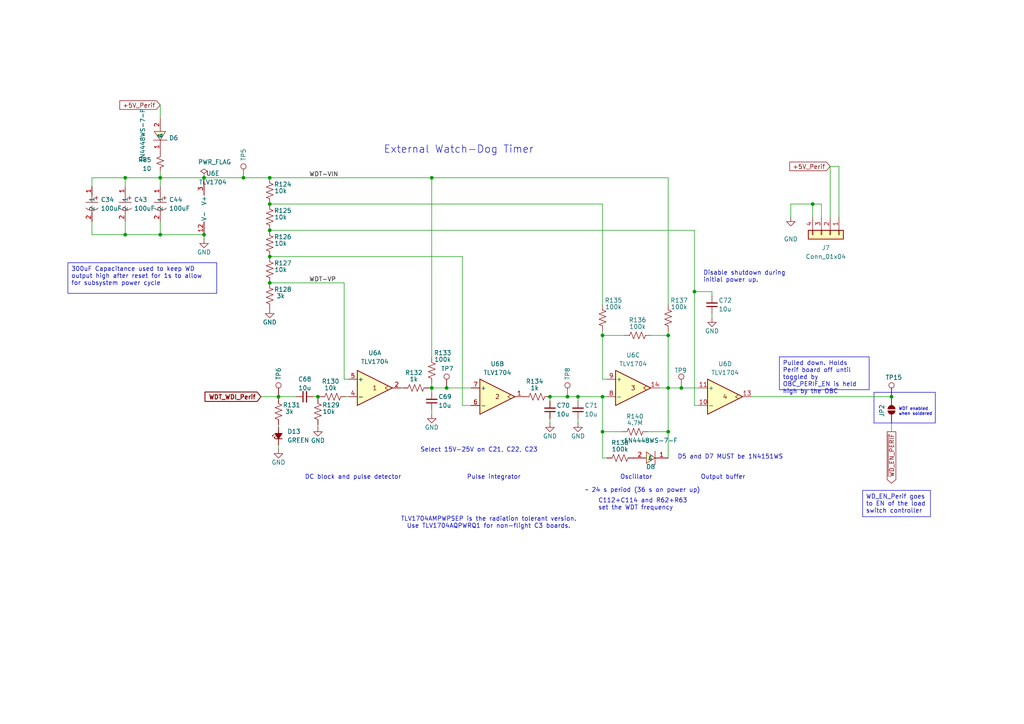
<source format=kicad_sch>
(kicad_sch (version 20250114) (generator "eeschema") (generator_version "9.0")
  (paper "A4")
  (lib_symbols
    (symbol "Connector_Generic:Conn_01x04" (pin_names (offset 1.016) (hide yes))
      (property "Reference" "J" (at 0 5.08 0))
      (property "Value" "Conn_01x04" (at 0 -7.62 0))
      (symbol "Conn_01x04_1_1"
        (rectangle (start -1.27 3.81) (end 1.27 -6.35) (stroke (width 0.254)) (fill (type background)))
        (rectangle (start -1.27 2.667) (end 0 2.413) (stroke (width 0.1524)))
        (rectangle (start -1.27 0.127) (end 0 -0.127) (stroke (width 0.1524)))
        (rectangle (start -1.27 -2.413) (end 0 -2.667) (stroke (width 0.1524)))
        (rectangle (start -1.27 -4.953) (end 0 -5.207) (stroke (width 0.1524)))
        (pin passive line (at -5.08 2.54 0) (length 3.81) (name "Pin_1") (number "1"))
        (pin passive line (at -5.08 0 0) (length 3.81) (name "Pin_2") (number "2"))
        (pin passive line (at -5.08 -2.54 0) (length 3.81) (name "Pin_3") (number "3"))
        (pin passive line (at -5.08 -5.08 0) (length 3.81) (name "Pin_4") (number "4"))
      )
    )
    (symbol "Device:C_Small" (pin_numbers (hide yes)) (pin_names (offset 0.254) (hide yes))
      (property "Reference" "C" (at 0.254 1.778 0))
      (property "Value" "C_Small" (at 0.254 -2.032 0))
      (symbol "C_Small_0_1"
        (polyline (pts (xy -1.524 0.508) (xy 1.524 0.508)) (stroke (width 0.3048)))
        (polyline (pts (xy -1.524 -0.508) (xy 1.524 -0.508)) (stroke (width 0.3302)))
      )
      (symbol "C_Small_1_1"
        (pin passive line (at 0 2.54 270) (length 2.032) (name "~") (number "1"))
        (pin passive line (at 0 -2.54 90) (length 2.032) (name "~") (number "2"))
      )
    )
    (symbol "Device:LED_Small_Filled" (pin_numbers (hide yes)) (pin_names (offset 0.254) (hide yes))
      (property "Reference" "D" (at -1.27 3.175 0))
      (property "Value" "LED_Small_Filled" (at -4.445 -2.54 0))
      (symbol "LED_Small_Filled_0_1"
        (polyline (pts (xy -0.762 -1.016) (xy -0.762 1.016)) (stroke (width 0.254)))
        (polyline (pts (xy 0 0.762) (xy -0.508 1.27) (xy -0.254 1.27) (xy -0.508 1.27) (xy -0.508 1.016)))
        (polyline (pts (xy 0.508 1.27) (xy 0 1.778) (xy 0.254 1.778) (xy 0 1.778) (xy 0 1.524)))
        (polyline (pts (xy 0.762 -1.016) (xy -0.762 0) (xy 0.762 1.016) (xy 0.762 -1.016)) (stroke (width 0.254)) (fill (type outline)))
        (polyline (pts (xy 1.016 0) (xy -0.762 0)))
      )
      (symbol "LED_Small_Filled_1_1"
        (pin passive line (at -2.54 0 0) (length 1.778) (name "K") (number "1"))
        (pin passive line (at 2.54 0 180) (length 1.778) (name "A") (number "2"))
      )
    )
    (symbol "Device:R_Small_US" (pin_numbers (hide yes)) (pin_names (offset 0.254) (hide yes))
      (property "Reference" "R" (at 0.762 0.508 0))
      (property "Value" "R_Small_US" (at 0.762 -1.016 0))
      (symbol "R_Small_US_1_1"
        (polyline (pts (xy 0 1.524) (xy 1.016 1.143) (xy 0 0.762) (xy -1.016 0.381) (xy 0 0)))
        (polyline (pts (xy 0 0) (xy 1.016 -0.381) (xy 0 -0.762) (xy -1.016 -1.143) (xy 0 -1.524)))
        (pin passive line (at 0 2.54 270) (length 1.016) (name "~") (number "1"))
        (pin passive line (at 0 -2.54 90) (length 1.016) (name "~") (number "2"))
      )
    )
    (symbol "Device:R_US" (pin_numbers (hide yes)) (pin_names (offset 0))
      (property "Reference" "R" (at 2.54 0 90))
      (property "Value" "R_US" (at -2.54 0 90))
      (symbol "R_US_0_1"
        (polyline (pts (xy 0 2.286) (xy 0 2.54)))
        (polyline (pts (xy 0 2.286) (xy 1.016 1.905) (xy 0 1.524) (xy -1.016 1.143) (xy 0 0.762)))
        (polyline (pts (xy 0 0.762) (xy 1.016 0.381) (xy 0 0) (xy -1.016 -0.381) (xy 0 -0.762)))
        (polyline (pts (xy 0 -0.762) (xy 1.016 -1.143) (xy 0 -1.524) (xy -1.016 -1.905) (xy 0 -2.286)))
        (polyline (pts (xy 0 -2.286) (xy 0 -2.54)))
      )
      (symbol "R_US_1_1"
        (pin passive line (at 0 3.81 270) (length 1.27) (name "~") (number "1"))
        (pin passive line (at 0 -3.81 90) (length 1.27) (name "~") (number "2"))
      )
    )
    (symbol "EPS:1N4448WS-7-F"
      (property "Reference" "D" (at 0 5.08 0))
      (property "Value" "1N4448WS-7-F" (at 0 -5.08 0))
      (symbol "1N4448WS-7-F_0_1"
        (polyline (pts (xy -1.27 -2.03) (xy -1.27 2.03)))
        (polyline (pts (xy 1.27 1.52) (xy -1.27 0) (xy 1.27 -1.78) (xy 1.27 1.52)) (fill (type background)))
        (pin unspecified line (at -5.08 0 0) (length 3.81) (name "C") (number "1"))
        (pin unspecified line (at 5.08 0 180) (length 3.81) (name "A") (number "2"))
      )
    )
    (symbol "EPS:TCN4107M035R0100E"
      (property "Reference" "C" (at 0 5.08 0))
      (property "Value" "TCN4107M035R0100E" (at 0 -5.08 0))
      (symbol "TCN4107M035R0100E_0_1"
        (polyline (pts (xy -2.54 0) (xy -0.51 0)))
        (polyline (pts (xy -2.29 1.27) (xy -1.27 1.27)))
        (polyline (pts (xy -1.78 1.78) (xy -1.78 0.76)))
        (arc (start 1.15 1.79) (mid 1.8578 0.0159) (end 1.13 -1.75))
        (polyline (pts (xy -0.51 1.78) (xy -0.51 -1.78)))
        (polyline (pts (xy 0.51 0) (xy 2.54 0)))
        (pin input line (at -5.08 0 0) (length 2.54) (name "1") (number "1"))
        (pin input line (at 5.08 0 180) (length 2.54) (name "2") (number "2"))
      )
    )
    (symbol "EPS:TLV1704AIPWR" (pin_names (offset 0.127))
      (property "Reference" "U13" (at 0 10.16 0))
      (property "Value" "TLV1704" (at 0 7.62 0))
      (symbol "TLV1704AIPWR_1_1"
        (polyline (pts (xy -5.08 5.08) (xy 5.08 0) (xy -5.08 -5.08) (xy -5.08 5.08)) (stroke (width 0.254)) (fill (type background)))
        (polyline (pts (xy 3.048 0) (xy 3.81 -0.635)))
        (polyline (pts (xy 3.81 0.635) (xy 3.048 0)))
        (text "1" (at 0 0 0) (effects (font (size 1.27 1.27))))
        (pin input line (at -7.62 2.54 0) (length 2.54) (name "+") (number "5"))
        (pin input line (at -7.62 -2.54 0) (length 2.54) (name "-") (number "4"))
        (pin open_collector line (at 7.62 0 180) (length 2.54) (name "~") (number "2"))
      )
      (symbol "TLV1704AIPWR_2_1"
        (polyline (pts (xy -5.08 5.08) (xy 5.08 0) (xy -5.08 -5.08) (xy -5.08 5.08)) (stroke (width 0.254)) (fill (type background)))
        (polyline (pts (xy 3.048 0) (xy 3.81 -0.635)))
        (polyline (pts (xy 3.81 0.635) (xy 3.048 0)))
        (text "2" (at 0 0 0) (effects (font (size 1.27 1.27))))
        (pin input line (at -7.62 2.54 0) (length 2.54) (name "+") (number "7"))
        (pin input line (at -7.62 -2.54 0) (length 2.54) (name "-") (number "6"))
        (pin open_collector line (at 7.62 0 180) (length 2.54) (name "~") (number "1"))
      )
      (symbol "TLV1704AIPWR_3_1"
        (polyline (pts (xy -5.08 5.08) (xy 5.08 0) (xy -5.08 -5.08) (xy -5.08 5.08)) (stroke (width 0.254)) (fill (type background)))
        (polyline (pts (xy 3.048 0) (xy 3.81 -0.635)))
        (polyline (pts (xy 3.81 0.635) (xy 3.048 0)))
        (text "3" (at 0 0 0) (effects (font (size 1.27 1.27))))
        (pin input line (at -7.62 2.54 0) (length 2.54) (name "+") (number "9"))
        (pin input line (at -7.62 -2.54 0) (length 2.54) (name "-") (number "8"))
        (pin open_collector line (at 7.62 0 180) (length 2.54) (name "~") (number "14"))
      )
      (symbol "TLV1704AIPWR_4_1"
        (polyline (pts (xy -5.08 5.08) (xy 5.08 0) (xy -5.08 -5.08) (xy -5.08 5.08)) (stroke (width 0.254)) (fill (type background)))
        (polyline (pts (xy 3.048 0) (xy 3.81 -0.635)))
        (polyline (pts (xy 3.81 0.635) (xy 3.048 0)))
        (text "4" (at 0 0 0) (effects (font (size 1.27 1.27))))
        (pin input line (at -7.62 2.54 0) (length 2.54) (name "+") (number "11"))
        (pin input line (at -7.62 -2.54 0) (length 2.54) (name "-") (number "10"))
        (pin open_collector line (at 7.62 0 180) (length 2.54) (name "~") (number "13"))
      )
      (symbol "TLV1704AIPWR_5_1"
        (pin power_in line (at -2.54 7.62 270) (length 3.81) (name "V+") (number "3"))
        (pin power_in line (at -2.54 -7.62 90) (length 3.81) (name "V-") (number "12"))
      )
    )
    (symbol "EPS:TestPoint" (pin_numbers (hide yes)) (pin_names (offset 0.762) (hide yes))
      (property "Reference" "TP" (at 0 6.858 0))
      (property "Value" "TestPoint" (at 0 5.08 0))
      (symbol "TestPoint_0_1"
        (circle (center 0 3.302) (radius 0.762))
      )
      (symbol "TestPoint_1_1"
        (pin passive line (at 0 0 90) (length 2.54) (name "1") (number "1"))
      )
    )
    (symbol "Jumper:SolderJumper_2_Open" (pin_numbers (hide yes)) (pin_names (offset 0) (hide yes)) (exclude_from_sim yes) (in_bom no)
      (property "Reference" "JP" (at 0 2.032 0))
      (property "Value" "SolderJumper_2_Open" (at 0 -2.54 0))
      (symbol "SolderJumper_2_Open_0_1"
        (polyline (pts (xy -0.254 1.016) (xy -0.254 -1.016)))
        (arc (start -0.254 -1.016) (mid -1.2656 0) (end -0.254 1.016))
        (arc (start -0.254 -1.016) (mid -1.2656 0) (end -0.254 1.016) (fill (type outline)))
        (arc (start 0.254 1.016) (mid 1.2656 0) (end 0.254 -1.016))
        (arc (start 0.254 1.016) (mid 1.2656 0) (end 0.254 -1.016) (fill (type outline)))
        (polyline (pts (xy 0.254 1.016) (xy 0.254 -1.016)))
      )
      (symbol "SolderJumper_2_Open_1_1"
        (pin passive line (at -3.81 0 0) (length 2.54) (name "A") (number "1"))
        (pin passive line (at 3.81 0 180) (length 2.54) (name "B") (number "2"))
      )
    )
    (symbol "power:GND" (power) (pin_numbers (hide yes)) (pin_names (offset 0) (hide yes))
      (property "Value" "GND" (at 0 -3.81 0))
      (symbol "GND_0_1"
        (polyline (pts (xy 0 0) (xy 0 -1.27) (xy 1.27 -1.27) (xy 0 -2.54) (xy -1.27 -1.27) (xy 0 -1.27)))
      )
      (symbol "GND_1_1"
        (pin power_in line (at 0 0 270) (length 0) (name "~") (number "1"))
      )
    )
    (symbol "power:PWR_FLAG" (power) (pin_numbers (hide yes)) (pin_names (offset 0) (hide yes))
      (property "Value" "PWR_FLAG" (at 0 3.81 0))
      (symbol "PWR_FLAG_0_0"
        (pin power_out line (at 0 0 90) (length 0) (name "~") (number "1"))
      )
      (symbol "PWR_FLAG_0_1"
        (polyline (pts (xy 0 0) (xy 0 1.27) (xy -1.016 1.905) (xy 0 2.54) (xy 1.016 1.905) (xy 0 1.27)))
      )
    )
  )
  (text "External Watch-Dog Timer" (at 111.252 44.704 0) (effects (font (size 2.159 2.159)) (justify left bottom)))
  (text "Output buffer" (at 203.2 139.192 0) (effects (font (size 1.27 1.27)) (justify left bottom)))
  (text "TLV1704AMPWPSEP is the radiation tolerant version.\nUse TLV1704AQPWRQ1 for non-flight C3 boards." (at 141.732 151.638 0) (effects (font (size 1.27 1.27))))
  (text "~ 24 s period (36 s on power up)" (at 169.672 143.002 0) (effects (font (size 1.27 1.27)) (justify left bottom)))
  (text "Disable shutdown during\ninitial power up." (at 203.962 82.042 0) (effects (font (size 1.27 1.27)) (justify left bottom)))
  (text "DC block and pulse detector" (at 88.392 139.192 0) (effects (font (size 1.27 1.27)) (justify left bottom)))
  (text "WDT enabled\nwhen soldered" (at 260.604 120.65 0) (effects (font (size 0.889 0.889)) (justify left bottom)))
  (text "D5 and D7 MUST be 1N4151WS" (at 211.836 132.588 0) (effects (font (size 1.27 1.27))))
  (text "Pulse integrator" (at 135.382 139.192 0) (effects (font (size 1.27 1.27)) (justify left bottom)))
  (text "Oscillator" (at 179.832 139.192 0) (effects (font (size 1.27 1.27)) (justify left bottom)))
  (text "C112+C114 and R62+R63 \nset the WDT frequency" (at 173.482 148.082 0) (effects (font (size 1.27 1.27)) (justify left bottom)))
  (text "Select 15V-25V on C21, C22, C23" (at 138.938 130.556 0) (effects (font (size 1.27 1.27))))
  (text_box "WD_EN_Perif goes to EN of the load switch controller" (at 250.19 142.24 0) (size 19.685 7.62) (margins 0.9525 0.9525 0.9525 0.9525) (effects (font (size 1.27 1.27)) (justify left top)))
  (text_box "300uF Capacitance used to keep WD output high after reset for 1s to allow for subsystem power cycle" (at 19.685 76.2 0) (size 43.18 8.89) (margins 0.9525 0.9525 0.9525 0.9525) (effects (font (size 1.27 1.27)) (justify left top)))
  (text_box "Pulled down. Holds Perif board off until toggled by OBC_PERIF_EN is held high by the OBC" (at 226.06 103.505 0) (size 26.035 9.525) (margins 0.9525 0.9525 0.9525 0.9525) (effects (font (size 1.27 1.27)) (justify left top)))
  (junction (at 201.422 84.582))
  (junction (at 174.752 115.062))
  (junction (at 36.322 68.072))
  (junction (at 167.64 115.062))
  (junction (at 78.232 66.802))
  (junction (at 159.512 115.062))
  (junction (at 125.222 112.522))
  (junction (at 78.232 59.182))
  (junction (at 125.222 51.562))
  (junction (at 174.752 97.282))
  (junction (at 78.232 82.042))
  (junction (at 174.752 125.222))
  (junction (at 46.482 51.562))
  (junction (at 59.182 51.562))
  (junction (at 36.322 51.562))
  (junction (at 92.202 115.062))
  (junction (at 193.802 112.522))
  (junction (at 193.802 97.282))
  (junction (at 70.612 51.562))
  (junction (at 46.482 68.072))
  (junction (at 164.592 115.062))
  (junction (at 197.612 112.522))
  (junction (at 193.802 125.222))
  (junction (at 235.712 59.182))
  (junction (at 258.572 115.062))
  (junction (at 129.54 112.522))
  (junction (at 78.232 51.562))
  (junction (at 80.772 115.062))
  (junction (at 78.232 74.422))
  (junction (at 59.182 68.072))
  (wire (pts (xy 125.222 112.522) (xy 125.222 111.252)))
  (wire (pts (xy 46.482 30.48) (xy 46.482 34.29)))
  (wire (pts (xy 243.332 48.26) (xy 243.332 62.992)))
  (wire (pts (xy 193.802 97.282) (xy 193.802 112.522)))
  (wire (pts (xy 92.202 123.19) (xy 92.202 123.952)))
  (wire (pts (xy 159.512 122.682) (xy 159.512 121.412)))
  (wire (pts (xy 193.802 88.392) (xy 193.802 51.562)))
  (wire (pts (xy 229.362 59.182) (xy 229.362 62.992)))
  (wire (pts (xy 187.96 125.222) (xy 193.802 125.222)))
  (wire (pts (xy 125.222 120.142) (xy 125.222 118.872)))
  (wire (pts (xy 59.182 52.832) (xy 59.182 51.562)))
  (wire (pts (xy 134.112 117.602) (xy 136.652 117.602)))
  (polyline (pts (xy 271.272 122.682) (xy 253.492 122.682)))
  (wire (pts (xy 46.482 51.562) (xy 59.182 51.562)))
  (wire (pts (xy 36.322 68.072) (xy 46.482 68.072)))
  (wire (pts (xy 90.932 115.062) (xy 92.202 115.062)))
  (polyline (pts (xy 253.492 113.792) (xy 271.272 113.792)))
  (wire (pts (xy 240.792 48.26) (xy 243.332 48.26)))
  (wire (pts (xy 193.802 125.222) (xy 193.802 112.522)))
  (wire (pts (xy 125.222 112.522) (xy 125.222 113.792)))
  (wire (pts (xy 36.322 64.262) (xy 36.322 68.072)))
  (wire (pts (xy 125.222 112.522) (xy 129.54 112.522)))
  (wire (pts (xy 174.752 115.062) (xy 176.022 115.062)))
  (wire (pts (xy 46.482 68.072) (xy 59.182 68.072)))
  (wire (pts (xy 164.592 115.062) (xy 167.64 115.062)))
  (wire (pts (xy 174.752 97.282) (xy 181.102 97.282)))
  (wire (pts (xy 116.332 112.522) (xy 116.84 112.522)))
  (wire (pts (xy 174.752 88.392) (xy 174.752 59.182)))
  (wire (pts (xy 238.252 59.182) (xy 238.252 62.992)))
  (wire (pts (xy 134.112 74.422) (xy 134.112 117.602)))
  (wire (pts (xy 180.34 125.222) (xy 174.752 125.222)))
  (wire (pts (xy 197.612 112.522) (xy 202.692 112.522)))
  (wire (pts (xy 235.712 59.182) (xy 238.252 59.182)))
  (wire (pts (xy 78.232 66.802) (xy 201.422 66.802)))
  (wire (pts (xy 201.422 84.582) (xy 206.502 84.582)))
  (wire (pts (xy 193.802 96.012) (xy 193.802 97.282)))
  (wire (pts (xy 99.822 109.982) (xy 101.092 109.982)))
  (wire (pts (xy 167.64 122.682) (xy 167.64 121.412)))
  (wire (pts (xy 167.64 116.332) (xy 167.64 115.062)))
  (wire (pts (xy 26.67 68.072) (xy 36.322 68.072)))
  (wire (pts (xy 159.512 115.062) (xy 159.512 116.332)))
  (polyline (pts (xy 253.492 122.682) (xy 253.492 113.792)))
  (wire (pts (xy 78.232 74.422) (xy 134.112 74.422)))
  (wire (pts (xy 124.46 112.522) (xy 125.222 112.522)))
  (wire (pts (xy 46.482 49.53) (xy 46.482 51.562)))
  (wire (pts (xy 80.772 130.302) (xy 80.772 129.032)))
  (wire (pts (xy 80.772 115.57) (xy 80.772 115.062)))
  (wire (pts (xy 125.222 51.562) (xy 78.232 51.562)))
  (wire (pts (xy 167.64 115.062) (xy 174.752 115.062)))
  (wire (pts (xy 206.502 92.202) (xy 206.502 90.932)))
  (wire (pts (xy 129.54 112.522) (xy 136.652 112.522)))
  (wire (pts (xy 26.67 64.262) (xy 26.67 68.072)))
  (wire (pts (xy 193.802 112.522) (xy 197.612 112.522)))
  (wire (pts (xy 36.322 51.562) (xy 36.322 54.102)))
  (wire (pts (xy 80.772 123.19) (xy 80.772 123.952)))
  (wire (pts (xy 125.222 51.562) (xy 125.222 103.632)))
  (wire (pts (xy 59.182 51.562) (xy 70.612 51.562)))
  (wire (pts (xy 46.482 51.562) (xy 46.482 54.102)))
  (wire (pts (xy 235.712 59.182) (xy 229.362 59.182)))
  (wire (pts (xy 201.422 117.602) (xy 202.692 117.602)))
  (wire (pts (xy 191.262 112.522) (xy 193.802 112.522)))
  (wire (pts (xy 99.822 82.042) (xy 99.822 109.982)))
  (wire (pts (xy 78.232 59.182) (xy 174.752 59.182)))
  (wire (pts (xy 174.752 132.842) (xy 176.022 132.842)))
  (wire (pts (xy 201.422 84.582) (xy 201.422 117.602)))
  (wire (pts (xy 217.932 115.062) (xy 258.572 115.062)))
  (wire (pts (xy 206.502 85.852) (xy 206.502 84.582)))
  (wire (pts (xy 92.202 115.062) (xy 92.71 115.062)))
  (wire (pts (xy 59.182 69.342) (xy 59.182 68.072)))
  (wire (pts (xy 100.33 115.062) (xy 101.092 115.062)))
  (wire (pts (xy 240.792 62.992) (xy 240.792 48.26)))
  (wire (pts (xy 174.752 125.222) (xy 174.752 115.062)))
  (wire (pts (xy 188.722 97.282) (xy 193.802 97.282)))
  (wire (pts (xy 26.67 51.562) (xy 36.322 51.562)))
  (wire (pts (xy 193.802 132.842) (xy 193.802 125.222)))
  (wire (pts (xy 78.232 82.042) (xy 99.822 82.042)))
  (wire (pts (xy 174.752 109.982) (xy 174.752 97.282)))
  (wire (pts (xy 80.772 115.062) (xy 85.852 115.062)))
  (wire (pts (xy 70.612 51.562) (xy 78.232 51.562)))
  (wire (pts (xy 176.022 109.982) (xy 174.752 109.982)))
  (wire (pts (xy 46.482 64.262) (xy 46.482 68.072)))
  (wire (pts (xy 75.692 115.062) (xy 80.772 115.062)))
  (wire (pts (xy 201.422 66.802) (xy 201.422 84.582)))
  (wire (pts (xy 92.202 115.57) (xy 92.202 115.062)))
  (wire (pts (xy 125.222 51.562) (xy 193.802 51.562)))
  (wire (pts (xy 159.512 115.062) (xy 164.592 115.062)))
  (wire (pts (xy 235.712 62.992) (xy 235.712 59.182)))
  (wire (pts (xy 174.752 96.012) (xy 174.752 97.282)))
  (wire (pts (xy 258.572 122.682) (xy 258.572 125.222)))
  (polyline (pts (xy 271.272 113.792) (xy 271.272 122.682)))
  (wire (pts (xy 36.322 51.562) (xy 46.482 51.562)))
  (wire (pts (xy 26.67 51.562) (xy 26.67 54.102)))
  (wire (pts (xy 174.752 132.842) (xy 174.752 125.222)))
  (label "WDT-VIN" (at 89.662 51.562 0))
  (label "WDT-VP" (at 89.662 82.042 0))
  (global_label "+5V_Perif" (shape input) (at 240.792 48.26 180) (property "Intersheetrefs" "${INTERSHEET_REFS}" (effects (hide yes))))
  (global_label "WDT_WDI_Perif" (shape input) (at 75.692 115.062 180) (effects (font (thickness 0.254) (bold yes))) (property "Intersheetrefs" "${INTERSHEET_REFS}" (effects (hide yes))))
  (global_label "+5V_Perif" (shape input) (at 46.482 30.48 180) (property "Intersheetrefs" "${INTERSHEET_REFS}" (effects (hide yes))))
  (global_label "~{WD_EN_PERIF}" (shape output) (at 258.572 125.222 270) (property "Intersheetrefs" "${INTERSHEET_REFS}" (effects (hide yes))))
  (symbol (lib_id "EPS:1N4448WS-7-F") (at 188.722 132.842 180) (unit 1)
    (property "Reference" "D8" (at 188.722 135.382 0))
    (property "Value" "1N4448WS-7-F" (at 188.722 127.762 0))
    (property "Footprint" "EPS:SOD-323_L1.8-W1.3-LS2.5-RD" (effects (hide yes)))
    (property "Datasheet" "https://lcsc.com/product-detail/Others_Diodes-Incorporated_1N4448WS-7-F_Diodes-Incorporated-1N4448WS-7-F_C260859.html" (effects (hide yes)))
    (property "Description" "Diode" (effects (hide yes)))
    (property "DPN" "112-1N4151WS-E3-08CT-ND" (effects (hide yes)))
    (property "DST" "Digi-Key" (effects (hide yes)))
    (property "MFR" "Vishay" (effects (hide yes)))
    (property "MPN" "1N4151WS-E3-08" (effects (hide yes)))
    (property "Sim.Device" "D" (effects (hide yes)))
    (property "Sim.Pins" "1=K 2=A" (effects (hide yes)))
    (property "LCSC" "C2979762" (effects (hide yes)))
    (property "LCSC Part" "C260859" (effects (hide yes)))
  )
  (symbol (lib_id "Device:R_US") (at 78.232 62.992 180) (unit 1)
    (property "Reference" "R125" (at 82.042 61.087 0))
    (property "Value" "10k" (at 81.407 62.992 0))
    (property "Footprint" "EPS:R0402" (effects (hide yes)))
    (property "Description" "Resistor, US symbol" (effects (hide yes)))
    (property "LCSC" "C25531" (effects (hide yes)))
  )
  (symbol (lib_id "power:PWR_FLAG") (at 59.182 51.562 0) (unit 1)
    (property "Reference" "#FLG03" (effects (hide yes)))
    (property "Value" "PWR_FLAG" (at 62.23 46.99 0))
    (property "Description" "Special symbol for telling ERC where power comes from" (effects (hide yes)))
  )
  (symbol (lib_id "power:GND") (at 167.64 122.682 0) (mirror y) (unit 1)
    (property "Reference" "#PWR016" (effects (hide yes)))
    (property "Value" "GND" (at 167.64 126.492 0))
    (property "Description" "Power symbol creates a global label with name \"GND\" , ground" (effects (hide yes)))
  )
  (symbol (lib_id "Device:R_US") (at 92.202 119.38 180) (unit 1)
    (property "Reference" "R129" (at 96.012 117.475 0))
    (property "Value" "10k" (at 95.377 119.38 0))
    (property "Footprint" "EPS:R0402" (effects (hide yes)))
    (property "Description" "Resistor, US symbol" (effects (hide yes)))
    (property "LCSC" "C25531" (effects (hide yes)))
  )
  (symbol (lib_id "Connector_Generic:Conn_01x04") (at 240.792 68.072 270) (unit 1)
    (property "Reference" "J7" (at 239.522 71.882 90))
    (property "Value" "Conn_01x04" (at 239.522 74.422 90))
    (property "Footprint" "Connector_PinSocket_2.54mm:PinSocket_1x04_P2.54mm_Vertical" (effects (hide yes)))
    (property "Description" "Generic connector, single row, 01x04, script generated (kicad-library-utils/schlib/autogen/connector/)" (effects (hide yes)))
  )
  (symbol (lib_id "Device:R_Small_US") (at 46.482 46.99 0) (mirror y) (unit 1)
    (property "Reference" "R85" (at 43.942 46.355 0) (effects (justify left)))
    (property "Value" "10" (at 43.942 48.895 0) (effects (justify left)))
    (property "Footprint" "Resistor_SMD:R_1206_3216Metric" (effects (hide yes)))
    (property "Description" "Resistor, small US symbol" (effects (hide yes)))
    (property "DPN" "RHM10.0AFCT-ND" (effects (hide yes)))
    (property "DST" "Digi-Key" (effects (hide yes)))
    (property "MFR" "Rohm Semiconductor" (effects (hide yes)))
    (property "MPN" "ESR18EZPF10R0" (effects (hide yes)))
    (property "LCSC" "C17903" (effects (hide yes)))
  )
  (symbol (lib_id "EPS:TLV1704AIPWR") (at 210.312 115.062 0) (unit 4)
    (property "Reference" "U6" (at 210.312 105.537 0))
    (property "Value" "TLV1704" (at 210.312 108.077 0))
    (property "Footprint" "Package_SO:TSSOP-14_4.4x5mm_P0.65mm" (effects (hide yes)))
    (property "Datasheet" "https://www.ti.com/lit/ds/symlink/tlv1704-sep.pdf" (effects (hide yes)))
    (property "Description" "Analog Comparators 2.2-V to 36-V, radiation tolerant microPower quad comparator in space enhanced plastic 14-TSSOP -55 to 125" (effects (hide yes)))
    (property "MFR" "Texas Instruments" (effects (hide yes)))
    (property "MPN" "TLV1704AQPWRQ1" (effects (hide yes)))
    (property "DST" "Digi-Key" (effects (hide yes)))
    (property "DPN" "296-43799-2-ND" (effects (hide yes)))
    (property "LCSC" "C181596" (effects (hide yes)))
  )
  (symbol (lib_id "Device:R_US") (at 96.52 115.062 270) (unit 1)
    (property "Reference" "R130" (at 95.885 110.617 90))
    (property "Value" "10k" (at 95.885 112.522 90))
    (property "Footprint" "EPS:R0402" (effects (hide yes)))
    (property "Description" "Resistor, US symbol" (effects (hide yes)))
    (property "LCSC" "C25531" (effects (hide yes)))
  )
  (symbol (lib_id "Device:R_US") (at 155.702 115.062 270) (unit 1)
    (property "Reference" "R134" (at 155.067 110.617 90))
    (property "Value" "1k" (at 155.067 112.522 90))
    (property "Footprint" "EPS:R0402" (effects (hide yes)))
    (property "Description" "Resistor, US symbol" (effects (hide yes)))
    (property "LCSC" "C106235" (effects (hide yes)))
  )
  (symbol (lib_id "Device:R_US") (at 78.232 70.612 180) (unit 1)
    (property "Reference" "R126" (at 82.042 68.707 0))
    (property "Value" "10k" (at 81.407 70.612 0))
    (property "Footprint" "EPS:R0402" (effects (hide yes)))
    (property "Description" "Resistor, US symbol" (effects (hide yes)))
    (property "LCSC" "C25531" (effects (hide yes)))
  )
  (symbol (lib_id "power:GND") (at 125.222 120.142 0) (unit 1)
    (property "Reference" "#PWR014" (effects (hide yes)))
    (property "Value" "GND" (at 125.222 123.952 0))
    (property "Description" "Power symbol creates a global label with name \"GND\" , ground" (effects (hide yes)))
  )
  (symbol (lib_id "Jumper:SolderJumper_2_Open") (at 258.572 118.872 270) (unit 1)
    (property "Reference" "JP2" (at 255.778 119.126 0))
    (property "Value" "SolderJumper_2_Open" (effects (hide yes)))
    (property "Footprint" "Jumper:SolderJumper-2_P1.3mm_Open_RoundedPad1.0x1.5mm" (effects (hide yes)))
    (property "Description" "Solder Jumper, 2-pole, open" (effects (hide yes)))
  )
  (symbol (lib_id "Device:R_US") (at 174.752 92.202 0) (unit 1)
    (property "Reference" "R135" (at 177.927 87.122 0))
    (property "Value" "100k" (at 177.927 89.027 0))
    (property "Footprint" "EPS:R0402" (effects (hide yes)))
    (property "Description" "Resistor, US symbol" (effects (hide yes)))
    (property "LCSC" "C269673" (effects (hide yes)))
  )
  (symbol (lib_id "EPS:TestPoint") (at 80.772 115.062 0) (unit 1)
    (property "Reference" "TP6" (at 80.772 110.236 90) (effects (justify left)))
    (property "Value" "TestPoint" (effects (hide yes)))
    (property "Footprint" "TestPoint:TestPoint_Pad_1.0x1.0mm" (effects (hide yes)))
    (property "Description" "test point" (effects (hide yes)))
  )
  (symbol (lib_id "Device:R_US") (at 78.232 55.372 180) (unit 1)
    (property "Reference" "R124" (at 82.042 53.467 0))
    (property "Value" "10k" (at 81.407 55.372 0))
    (property "Footprint" "EPS:R0402" (effects (hide yes)))
    (property "Description" "Resistor, US symbol" (effects (hide yes)))
    (property "LCSC" "C25531" (effects (hide yes)))
  )
  (symbol (lib_id "EPS:TCN4107M035R0100E") (at 26.67 59.182 270) (unit 1)
    (property "Reference" "C34" (at 29.21 57.9119 90) (effects (justify left)))
    (property "Value" "100uF" (at 29.21 60.4519 90) (effects (justify left)))
    (property "Footprint" "EPS:CAP-SMD_L7.3-W6.1_TCN4227M025R0100" (effects (hide yes)))
    (property "LCSC Part" "C2158793" (effects (hide yes)))
  )
  (symbol (lib_id "EPS:TCN4107M035R0100E") (at 36.322 59.182 270) (unit 1)
    (property "Reference" "C43" (at 38.862 57.9119 90) (effects (justify left)))
    (property "Value" "100uF" (at 38.862 60.4519 90) (effects (justify left)))
    (property "Footprint" "EPS:CAP-SMD_L7.3-W6.1_TCN4227M025R0100" (effects (hide yes)))
    (property "LCSC Part" "C2158793" (effects (hide yes)))
  )
  (symbol (lib_id "Device:R_US") (at 78.232 85.852 180) (unit 1)
    (property "Reference" "R128" (at 82.042 83.947 0))
    (property "Value" "3k" (at 81.407 85.852 0))
    (property "Footprint" "EPS:R0402" (effects (hide yes)))
    (property "Description" "Resistor, US symbol" (effects (hide yes)))
    (property "LCSC" "C2909355" (effects (hide yes)))
  )
  (symbol (lib_id "Device:C_Small") (at 159.512 118.872 180) (unit 1)
    (property "Reference" "C70" (at 161.417 117.602 0) (effects (justify right)))
    (property "Value" "10u" (at 161.417 120.142 0) (effects (justify right)))
    (property "Footprint" "EPS:C0402" (effects (hide yes)))
    (property "Description" "Unpolarized capacitor, small symbol" (effects (hide yes)))
    (property "LCSC" "194427" (effects (hide yes)))
  )
  (symbol (lib_id "EPS:TLV1704AIPWR") (at 144.272 115.062 0) (unit 2)
    (property "Reference" "U6" (at 144.272 105.537 0))
    (property "Value" "TLV1704" (at 144.272 108.077 0))
    (property "Footprint" "Package_SO:TSSOP-14_4.4x5mm_P0.65mm" (effects (hide yes)))
    (property "Datasheet" "https://www.ti.com/lit/ds/symlink/tlv1704-sep.pdf" (effects (hide yes)))
    (property "Description" "Analog Comparators 2.2-V to 36-V, radiation tolerant microPower quad comparator in space enhanced plastic 14-TSSOP -55 to 125" (effects (hide yes)))
    (property "MFR" "Texas Instruments" (effects (hide yes)))
    (property "MPN" "TLV1704AQPWRQ1" (effects (hide yes)))
    (property "DST" "Digi-Key" (effects (hide yes)))
    (property "DPN" "296-43799-2-ND" (effects (hide yes)))
    (property "LCSC" "C181596" (effects (hide yes)))
  )
  (symbol (lib_id "power:GND") (at 206.502 92.202 0) (mirror y) (unit 1)
    (property "Reference" "#PWR017" (effects (hide yes)))
    (property "Value" "GND" (at 206.502 96.012 0))
    (property "Description" "Power symbol creates a global label with name \"GND\" , ground" (effects (hide yes)))
  )
  (symbol (lib_id "Device:LED_Small_Filled") (at 80.772 126.492 90) (unit 1)
    (property "Reference" "D13" (at 83.312 125.1585 90) (effects (justify right)))
    (property "Value" "GREEN" (at 83.312 127.6985 90) (effects (justify right)))
    (property "Footprint" "LED_SMD:LED_0603_1608Metric" (effects (hide yes)))
    (property "Description" "Light emitting diode, small symbol, filled shape" (effects (hide yes)))
    (property "DPN" "732-4971-1-ND" (effects (hide yes)))
    (property "DST" "Digi-Key" (effects (hide yes)))
    (property "MFR" "Wurth" (effects (hide yes)))
    (property "MPN" "150060GS75000" (effects (hide yes)))
    (property "Sim.Pins" "1=K 2=A" (effects (hide yes)))
    (property "LCSC" "C965799" (effects (hide yes)))
  )
  (symbol (lib_id "EPS:TCN4107M035R0100E") (at 46.482 59.182 270) (unit 1)
    (property "Reference" "C44" (at 49.022 57.9119 90) (effects (justify left)))
    (property "Value" "100uF" (at 49.022 60.4519 90) (effects (justify left)))
    (property "Footprint" "EPS:CAP-SMD_L7.3-W6.1_TCN4227M025R0100" (effects (hide yes)))
    (property "LCSC Part" "C2158793" (effects (hide yes)))
  )
  (symbol (lib_id "Device:C_Small") (at 125.222 116.332 180) (unit 1)
    (property "Reference" "C69" (at 127.127 115.062 0) (effects (justify right)))
    (property "Value" "10u" (at 127.127 117.602 0) (effects (justify right)))
    (property "Footprint" "EPS:C0402" (effects (hide yes)))
    (property "Description" "Unpolarized capacitor, small symbol" (effects (hide yes)))
    (property "LCSC" "194427" (effects (hide yes)))
  )
  (symbol (lib_id "Device:C_Small") (at 206.502 88.392 180) (unit 1)
    (property "Reference" "C72" (at 208.407 87.122 0) (effects (justify right)))
    (property "Value" "10u" (at 208.407 89.662 0) (effects (justify right)))
    (property "Footprint" "EPS:C0402" (effects (hide yes)))
    (property "Description" "Unpolarized capacitor, small symbol" (effects (hide yes)))
    (property "LCSC" "194427" (effects (hide yes)))
  )
  (symbol (lib_id "Device:R_US") (at 179.832 132.842 90) (unit 1)
    (property "Reference" "R138" (at 179.832 128.397 90))
    (property "Value" "100k" (at 179.832 130.302 90))
    (property "Footprint" "EPS:R0402" (effects (hide yes)))
    (property "Description" "Resistor, US symbol" (effects (hide yes)))
    (property "LCSC" "C269673" (effects (hide yes)))
  )
  (symbol (lib_id "EPS:TestPoint") (at 129.54 112.522 0) (unit 1)
    (property "Reference" "TP7" (at 127.889 106.934 0) (effects (justify left)))
    (property "Value" "TestPoint" (effects (hide yes)))
    (property "Footprint" "TestPoint:TestPoint_Pad_1.0x1.0mm" (effects (hide yes)))
    (property "Description" "test point" (effects (hide yes)))
  )
  (symbol (lib_id "Device:C_Small") (at 88.392 115.062 90) (unit 1)
    (property "Reference" "C68" (at 88.3983 109.982 90))
    (property "Value" "10u" (at 88.3983 112.522 90))
    (property "Footprint" "EPS:C0402" (effects (hide yes)))
    (property "Description" "Unpolarized capacitor, small symbol" (effects (hide yes)))
    (property "LCSC" "194427" (effects (hide yes)))
  )
  (symbol (lib_id "power:GND") (at 92.202 123.952 0) (unit 1)
    (property "Reference" "#PWR013" (effects (hide yes)))
    (property "Value" "GND" (at 92.202 127.762 0))
    (property "Description" "Power symbol creates a global label with name \"GND\" , ground" (effects (hide yes)))
  )
  (symbol (lib_id "power:GND") (at 229.362 62.992 0) (unit 1)
    (property "Reference" "#PWR018" (effects (hide yes)))
    (property "Value" "GND" (at 229.362 69.342 0))
    (property "Description" "Power symbol creates a global label with name \"GND\" , ground" (effects (hide yes)))
  )
  (symbol (lib_id "EPS:TestPoint") (at 258.572 115.062 0) (unit 1)
    (property "Reference" "TP15" (at 256.794 109.474 0) (effects (justify left)))
    (property "Value" "TestPoint" (effects (hide yes)))
    (property "Footprint" "TestPoint:TestPoint_Pad_1.0x1.0mm" (effects (hide yes)))
    (property "Description" "test point" (effects (hide yes)))
  )
  (symbol (lib_id "EPS:TestPoint") (at 164.592 115.062 0) (unit 1)
    (property "Reference" "TP8" (at 164.592 110.236 90) (effects (justify left)))
    (property "Value" "TestPoint" (effects (hide yes)))
    (property "Footprint" "TestPoint:TestPoint_Pad_1.0x1.0mm" (effects (hide yes)))
    (property "Description" "test point" (effects (hide yes)))
  )
  (symbol (lib_id "EPS:TLV1704AIPWR") (at 108.712 112.522 0) (unit 1)
    (property "Reference" "U6" (at 108.712 102.362 0))
    (property "Value" "TLV1704" (at 108.712 104.902 0))
    (property "Footprint" "Package_SO:TSSOP-14_4.4x5mm_P0.65mm" (effects (hide yes)))
    (property "Datasheet" "https://www.ti.com/lit/ds/symlink/tlv1704-sep.pdf" (effects (hide yes)))
    (property "Description" "Analog Comparators 2.2-V to 36-V, radiation tolerant microPower quad comparator in space enhanced plastic 14-TSSOP -55 to 125" (effects (hide yes)))
    (property "MFR" "Texas Instruments" (effects (hide yes)))
    (property "MPN" "TLV1704AQPWRQ1" (effects (hide yes)))
    (property "DST" "Digi-Key" (effects (hide yes)))
    (property "DPN" "296-43799-2-ND" (effects (hide yes)))
    (property "LCSC" "C181596" (effects (hide yes)))
  )
  (symbol (lib_id "Device:R_US") (at 125.222 107.442 0) (unit 1)
    (property "Reference" "R133" (at 128.397 102.362 0))
    (property "Value" "100k" (at 128.397 104.267 0))
    (property "Footprint" "EPS:R0402" (effects (hide yes)))
    (property "Description" "Resistor, US symbol" (effects (hide yes)))
    (property "LCSC" "C269673" (effects (hide yes)))
  )
  (symbol (lib_id "Device:C_Small") (at 167.64 118.872 180) (unit 1)
    (property "Reference" "C71" (at 169.545 117.602 0) (effects (justify right)))
    (property "Value" "10u" (at 169.545 120.142 0) (effects (justify right)))
    (property "Footprint" "EPS:C0402" (effects (hide yes)))
    (property "Description" "Unpolarized capacitor, small symbol" (effects (hide yes)))
    (property "LCSC" "194427" (effects (hide yes)))
  )
  (symbol (lib_id "EPS:TLV1704AIPWR") (at 61.722 60.452 0) (unit 5)
    (property "Reference" "U6" (at 61.722 50.292 0))
    (property "Value" "TLV1704" (at 61.722 52.832 0))
    (property "Footprint" "Package_SO:TSSOP-14_4.4x5mm_P0.65mm" (effects (hide yes)))
    (property "Datasheet" "https://www.ti.com/lit/ds/symlink/tlv1704-sep.pdf" (effects (hide yes)))
    (property "Description" "Analog Comparators 2.2-V to 36-V, radiation tolerant microPower quad comparator in space enhanced plastic 14-TSSOP -55 to 125" (effects (hide yes)))
    (property "MFR" "Texas Instruments" (effects (hide yes)))
    (property "MPN" "TLV1704AQPWRQ1" (effects (hide yes)))
    (property "DST" "Digi-Key" (effects (hide yes)))
    (property "DPN" "296-43799-2-ND" (effects (hide yes)))
    (property "LCSC" "C181596" (effects (hide yes)))
  )
  (symbol (lib_id "power:GND") (at 80.772 130.302 0) (unit 1)
    (property "Reference" "#PWR012" (effects (hide yes)))
    (property "Value" "GND" (at 80.772 134.112 0))
    (property "Description" "Power symbol creates a global label with name \"GND\" , ground" (effects (hide yes)))
  )
  (symbol (lib_id "EPS:TestPoint") (at 70.612 51.562 0) (unit 1)
    (property "Reference" "TP5" (at 70.612 46.736 90) (effects (justify left)))
    (property "Value" "TestPoint" (effects (hide yes)))
    (property "Footprint" "TestPoint:TestPoint_Pad_1.0x1.0mm" (effects (hide yes)))
    (property "Description" "test point" (effects (hide yes)))
  )
  (symbol (lib_id "Device:R_US") (at 184.15 125.222 90) (unit 1)
    (property "Reference" "R140" (at 184.15 120.777 90))
    (property "Value" "4.7M" (at 184.15 122.682 90))
    (property "Footprint" "EPS:R0402" (effects (hide yes)))
    (property "Description" "Resistor, US symbol" (effects (hide yes)))
    (property "LCSC" "C474132" (effects (hide yes)))
  )
  (symbol (lib_id "Device:R_US") (at 78.232 78.232 180) (unit 1)
    (property "Reference" "R127" (at 82.042 76.327 0))
    (property "Value" "10k" (at 81.407 78.232 0))
    (property "Footprint" "EPS:R0402" (effects (hide yes)))
    (property "Description" "Resistor, US symbol" (effects (hide yes)))
    (property "LCSC" "C25531" (effects (hide yes)))
  )
  (symbol (lib_id "EPS:1N4448WS-7-F") (at 46.482 39.37 270) (mirror x) (unit 1)
    (property "Reference" "D6" (at 49.022 40.005 90) (effects (justify left)))
    (property "Value" "1N4448WS-7-F" (at 41.402 39.37 0))
    (property "Footprint" "EPS:SOD-323_L1.8-W1.3-LS2.5-RD" (effects (hide yes)))
    (property "Datasheet" "https://lcsc.com/product-detail/Others_Diodes-Incorporated_1N4448WS-7-F_Diodes-Incorporated-1N4448WS-7-F_C260859.html" (effects (hide yes)))
    (property "Description" "Diode" (effects (hide yes)))
    (property "DPN" "112-1N4151WS-E3-08CT-ND" (effects (hide yes)))
    (property "DST" "Digi-Key" (effects (hide yes)))
    (property "MFR" "Vishay" (effects (hide yes)))
    (property "MPN" "1N4151WS-E3-08" (effects (hide yes)))
    (property "Sim.Device" "D" (effects (hide yes)))
    (property "Sim.Pins" "1=K 2=A" (effects (hide yes)))
    (property "LCSC" "C2979762" (effects (hide yes)))
    (property "LCSC Part" "C260859" (effects (hide yes)))
  )
  (symbol (lib_id "power:GND") (at 78.232 89.662 0) (unit 1)
    (property "Reference" "#PWR095" (effects (hide yes)))
    (property "Value" "GND" (at 78.232 93.472 0))
    (property "Description" "Power symbol creates a global label with name \"GND\" , ground" (effects (hide yes)))
  )
  (symbol (lib_id "EPS:TLV1704AIPWR") (at 183.642 112.522 0) (unit 3)
    (property "Reference" "U6" (at 183.642 102.997 0))
    (property "Value" "TLV1704" (at 183.642 105.537 0))
    (property "Footprint" "Package_SO:TSSOP-14_4.4x5mm_P0.65mm" (effects (hide yes)))
    (property "Datasheet" "https://www.ti.com/lit/ds/symlink/tlv1704-sep.pdf" (effects (hide yes)))
    (property "Description" "Analog Comparators 2.2-V to 36-V, radiation tolerant microPower quad comparator in space enhanced plastic 14-TSSOP -55 to 125" (effects (hide yes)))
    (property "MFR" "Texas Instruments" (effects (hide yes)))
    (property "MPN" "TLV1704AQPWRQ1" (effects (hide yes)))
    (property "DST" "Digi-Key" (effects (hide yes)))
    (property "DPN" "296-43799-2-ND" (effects (hide yes)))
    (property "LCSC" "C181596" (effects (hide yes)))
  )
  (symbol (lib_id "Device:R_US") (at 80.772 119.38 180) (unit 1)
    (property "Reference" "R131" (at 84.582 117.475 0))
    (property "Value" "3k" (at 83.947 119.38 0))
    (property "Footprint" "EPS:R0402" (effects (hide yes)))
    (property "Description" "Resistor, US symbol" (effects (hide yes)))
    (property "LCSC" "C2909355" (effects (hide yes)))
  )
  (symbol (lib_id "Device:R_US") (at 120.65 112.522 270) (unit 1)
    (property "Reference" "R132" (at 120.015 108.077 90))
    (property "Value" "1k" (at 120.015 109.982 90))
    (property "Footprint" "EPS:R0402" (effects (hide yes)))
    (property "Description" "Resistor, US symbol" (effects (hide yes)))
    (property "LCSC" "C106235" (effects (hide yes)))
  )
  (symbol (lib_id "EPS:TestPoint") (at 197.612 112.522 0) (unit 1)
    (property "Reference" "TP9" (at 195.58 107.442 0) (effects (justify left)))
    (property "Value" "TestPoint" (effects (hide yes)))
    (property "Footprint" "TestPoint:TestPoint_Pad_1.0x1.0mm" (effects (hide yes)))
    (property "Description" "test point" (effects (hide yes)))
  )
  (symbol (lib_id "Device:R_US") (at 193.802 92.202 0) (unit 1)
    (property "Reference" "R137" (at 196.977 87.122 0))
    (property "Value" "100k" (at 196.977 89.027 0))
    (property "Footprint" "EPS:R0402" (effects (hide yes)))
    (property "Description" "Resistor, US symbol" (effects (hide yes)))
    (property "LCSC" "C269673" (effects (hide yes)))
  )
  (symbol (lib_id "Device:R_US") (at 184.912 97.282 90) (unit 1)
    (property "Reference" "R136" (at 184.912 92.837 90))
    (property "Value" "100k" (at 184.912 94.742 90))
    (property "Footprint" "EPS:R0402" (effects (hide yes)))
    (property "Description" "Resistor, US symbol" (effects (hide yes)))
    (property "LCSC" "C269673" (effects (hide yes)))
  )
  (symbol (lib_id "power:GND") (at 59.182 69.342 0) (mirror y) (unit 1)
    (property "Reference" "#PWR010" (effects (hide yes)))
    (property "Value" "GND" (at 59.182 73.152 0))
    (property "Description" "Power symbol creates a global label with name \"GND\" , ground" (effects (hide yes)))
  )
  (symbol (lib_id "power:GND") (at 159.512 122.682 0) (mirror y) (unit 1)
    (property "Reference" "#PWR015" (effects (hide yes)))
    (property "Value" "GND" (at 159.512 126.492 0))
    (property "Description" "Power symbol creates a global label with name \"GND\" , ground" (effects (hide yes)))
  )
)
</source>
